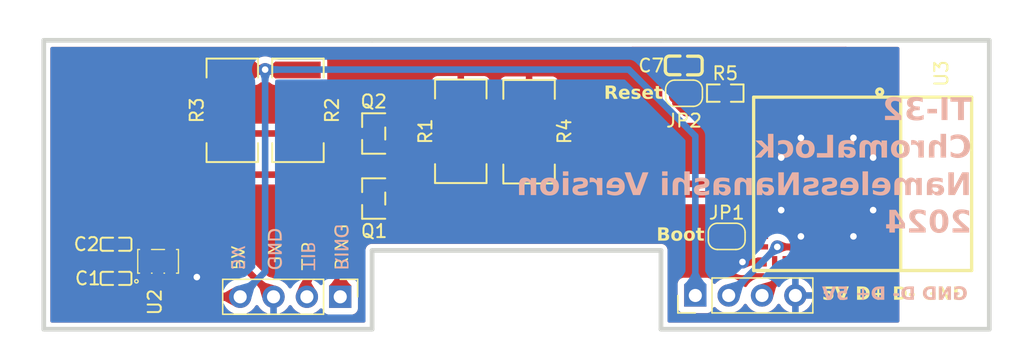
<source format=kicad_pcb>
(kicad_pcb (version 20240108) (generator "pcbnew") (generator_version "8.0")
  (layers (0 "F.Cu" signal) (31 "B.Cu" signal) (34 "B.Paste" user) (35 "F.Paste" user) (36 "B.SilkS" user "B.Silkscreen") (37 "F.SilkS" user "F.Silkscreen") (38 "B.Mask" user) (39 "F.Mask" user) (44 "Edge.Cuts" user))
  (net 0 "")
  (net 1 "RING")
  (net 2 "TIP")
  (net 3 "RING_GPIO")
  (net 4 "TIP_GPIO")
  (net 5 "+5V")
  (net 6 "+3.3V")
  (net 7 "GND")
  (net 8 "/D-")
  (net 9 "/D+")
  (net 35 "Net-(JP2-B)")
  (net 36 "Net-(JP1-B)")
  (net 37 "Net-(U3-EN)")
  (footprint "easyeda2kicad:SOT-23-3_L2.9-W1.6-P1.90-LS2.8-BR" (layer "F.Cu") (at 110.4685 64.119)
    (property "Reference" "Q1" (at 0.0315 2.481 0) (layer "F.SilkS"))
    (property "Value" "MMBF170")
    (fp_line (start -0.88 -1.54) (end -0.88 -0.49) (stroke (width 0.15)) (layer "F.SilkS"))
    (fp_line (start -0.88 1.54) (end -0.88 0.49) (stroke (width 0.15)) (layer "F.SilkS"))
    (fp_line (start 0.88 -1.54) (end -0.88 -1.54) (stroke (width 0.15)) (layer "F.SilkS"))
    (fp_line (start 0.88 -0.46) (end 0.88 0.46) (stroke (width 0.15)) (layer "F.SilkS"))
    (fp_line (start 0.88 1.54) (end -0.88 1.54) (stroke (width 0.15)) (layer "F.SilkS"))
    (pad "1" smd rect (at 1.24 0.95) (size 1.07 0.6) (layers "F.Cu" "F.Paste" "F.Mask") (net 6 "+3.3V"))
    (pad "2" smd rect (at 1.24 -0.95) (size 1.07 0.6) (layers "F.Cu" "F.Paste" "F.Mask") (net 3 "RING_GPIO"))
    (pad "3" smd rect (at -1.24 0) (size 1.07 0.6) (layers "F.Cu" "F.Paste" "F.Mask") (net 1 "RING"))
  )
  (footprint "easyeda2kicad:C0603" (layer "F.Cu") (at 134.09 53.99)
    (property "Reference" "C7" (at -2.49 0.01 0) (layer "F.SilkS"))
    (property "Value" "CC0603KRX7R9BB104")
    (fp_line (start -1.41 -0.41) (end -1.41 0.39) (stroke (width 0.25)) (layer "F.SilkS"))
    (fp_line (start -0.3 -0.72) (end -1.1 -0.72) (stroke (width 0.25)) (layer "F.SilkS"))
    (fp_line (start -0.3 0.7) (end -1.1 0.7) (stroke (width 0.25)) (layer "F.SilkS"))
    (fp_line (start 0.28 -0.71) (end 1.08 -0.71) (stroke (width 0.25)) (layer "F.SilkS"))
    (fp_line (start 0.28 0.71) (end 1.08 0.71) (stroke (width 0.25)) (layer "F.SilkS"))
    (fp_line (start 1.39 -0.4) (end 1.39 0.4) (stroke (width 0.25)) (layer "F.SilkS"))
    (fp_arc (start -1.41 -0.41) (mid -1.319203 -0.629203) (end -1.1 -0.72) (stroke (width 0.25)) (layer "F.SilkS"))
    (fp_arc (start -1.1 0.7) (mid -1.319203 0.609203) (end -1.41 0.39) (stroke (width 0.25)) (layer "F.SilkS"))
    (fp_arc (start 1.08 -0.71) (mid 1.299203 -0.619203) (end 1.39 -0.4) (stroke (width 0.25)) (layer "F.SilkS"))
    (fp_arc (start 1.39 0.4) (mid 1.299203 0.619203) (end 1.08 0.71) (stroke (width 0.25)) (layer "F.SilkS"))
    (pad "1" smd rect (at -0.7 0) (size 0.8 0.9) (layers "F.Cu" "F.Paste" "F.Mask") (net 7 "GND"))
    (pad "2" smd rect (at 0.7 0) (size 0.8 0.9) (layers "F.Cu" "F.Paste" "F.Mask") (net 35 "Net-(JP2-B)"))
  )
  (footprint "Connector_PinHeader_2.54mm:PinHeader_1x04_P2.54mm_Vertical" (layer "F.Cu") (at 134.96 71.5 90)
    (property "Reference" "J2" (hide yes))
    (property "Value" "Conn_01x04" (hide yes))
    (fp_line (start -1.33 -1.33) (end 0 -1.33) (stroke (width 0.12)) (layer "F.SilkS"))
    (fp_line (start -1.33 0) (end -1.33 -1.33) (stroke (width 0.12)) (layer "F.SilkS"))
    (fp_line (start 1.33 1.27) (end 1.33 8.95) (stroke (width 0.12)) (layer "F.SilkS"))
    (fp_line (start -1.33 1.27) (end 1.33 1.27) (stroke (width 0.12)) (layer "F.SilkS"))
    (fp_line (start -1.33 1.27) (end -1.33 8.95) (stroke (width 0.12)) (layer "F.SilkS"))
    (fp_line (start -1.33 8.95) (end 1.33 8.95) (stroke (width 0.12)) (layer "F.SilkS"))
    (pad "1" thru_hole rect (at 0 0 90) (size 1.7 1.7) (drill 1) (layers "*.Cu" "*.Mask") (net 5 "+5V"))
    (pad "2" thru_hole oval (at 0 2.54 90) (size 1.7 1.7) (drill 1) (layers "*.Cu" "*.Mask") (net 9 "/D+"))
    (pad "3" thru_hole oval (at 0 5.08 90) (size 1.7 1.7) (drill 1) (layers "*.Cu" "*.Mask") (net 8 "/D-"))
    (pad "4" thru_hole oval (at 0 7.62 90) (size 1.7 1.7) (drill 1) (layers "*.Cu" "*.Mask") (net 7 "GND"))
  )
  (footprint "Connector_PinHeader_2.54mm:PinHeader_1x04_P2.54mm_Vertical" (layer "F.Cu") (at 107.92 71.6 -90)
    (property "Reference" "J1" (hide yes))
    (property "Value" "Conn_01x04" (hide yes))
    (fp_line (start -1.33 8.95) (end 1.33 8.95) (stroke (width 0.12)) (layer "F.SilkS"))
    (fp_line (start -1.33 1.27) (end -1.33 8.95) (stroke (width 0.12)) (layer "F.SilkS"))
    (fp_line (start -1.33 1.27) (end 1.33 1.27) (stroke (width 0.12)) (layer "F.SilkS"))
    (fp_line (start 1.33 1.27) (end 1.33 8.95) (stroke (width 0.12)) (layer "F.SilkS"))
    (fp_line (start -1.33 0) (end -1.33 -1.33) (stroke (width 0.12)) (layer "F.SilkS"))
    (fp_line (start -1.33 -1.33) (end 0 -1.33) (stroke (width 0.12)) (layer "F.SilkS"))
    (pad "1" thru_hole rect (at 0 0 270) (size 1.7 1.7) (drill 1) (layers "*.Cu" "*.Mask") (net 1 "RING"))
    (pad "2" thru_hole oval (at 0 2.54 270) (size 1.7 1.7) (drill 1) (layers "*.Cu" "*.Mask") (net 2 "TIP"))
    (pad "3" thru_hole oval (at 0 5.08 270) (size 1.7 1.7) (drill 1) (layers "*.Cu" "*.Mask") (net 7 "GND"))
    (pad "4" thru_hole oval (at 0 7.62 270) (size 1.7 1.7) (drill 1) (layers "*.Cu" "*.Mask") (net 5 "+5V"))
  )
  (footprint "Jumper:SolderJumper-2_P1.3mm_Open_RoundedPad1.0x1.5mm" (layer "F.Cu") (at 134.1 56.1)
    (property "Reference" "JP2" (at 0 2.09 0) (layer "F.SilkS"))
    (property "Value" "SolderJumper_2_Open")
    (fp_line (start -1.4 0.3) (end -1.4 -0.3) (stroke (width 0.12)) (layer "F.SilkS"))
    (fp_line (start -0.7 -1) (end 0.7 -1) (stroke (width 0.12)) (layer "F.SilkS"))
    (fp_line (start 0.7 1) (end -0.7 1) (stroke (width 0.12)) (layer "F.SilkS"))
    (fp_line (start 1.4 -0.3) (end 1.4 0.3) (stroke (width 0.12)) (layer "F.SilkS"))
    (fp_arc (start -1.4 -0.3) (mid -1.194975 -0.794975) (end -0.7 -1) (stroke (width 0.12)) (layer "F.SilkS"))
    (fp_arc (start -0.7 1) (mid -1.194975 0.794975) (end -1.4 0.3) (stroke (width 0.12)) (layer "F.SilkS"))
    (fp_arc (start 0.7 -1) (mid 1.194975 -0.794975) (end 1.4 -0.3) (stroke (width 0.12)) (layer "F.SilkS"))
    (fp_arc (start 1.4 0.3) (mid 1.194975 0.794975) (end 0.7 1) (stroke (width 0.12)) (layer "F.SilkS"))
    (pad "1" smd custom (at -0.65 0) (size 1 0.5) (layers "F.Cu" "F.Mask") (net 7 "GND") (options (clearance outline) (anchor rect)) (primitives (gr_circle (center 0 0.25) (end 0.5 0.25) (width 0) (fill yes)) (gr_circle (center 0 -0.25) (end 0.5 -0.25) (width 0) (fill yes)) (gr_poly (pts (xy 0.5 0.75) (xy 0 0.75) (xy 0 -0.75) (xy 0.5 -0.75)) (width 0) (fill yes))))
    (pad "2" smd custom (at 0.65 0) (size 1 0.5) (layers "F.Cu" "F.Mask") (net 35 "Net-(JP2-B)") (options (clearance outline) (anchor rect)) (primitives (gr_circle (center 0 0.25) (end 0.5 0.25) (width 0) (fill yes)) (gr_circle (center 0 -0.25) (end 0.5 -0.25) (width 0) (fill yes)) (gr_poly (pts (xy 0 0.75) (xy -0.5 0.75) (xy -0.5 -0.75) (xy 0 -0.75)) (width 0) (fill yes))))
  )
  (footprint "easyeda2kicad:C0402" (layer "F.Cu") (at 90.85 70.2)
    (property "Reference" "C1" (at -2.15 0 0) (layer "F.SilkS"))
    (property "Value" "GRM155R61A225KE95D")
    (fp_line (start -1.17 0.35) (end -1.17 -0.35) (stroke (width 0.15)) (layer "F.SilkS"))
    (fp_line (start -1.02 -0.5) (end -0.23 -0.5) (stroke (width 0.15)) (layer "F.SilkS"))
    (fp_line (start -0.23 0.5) (end -1.02 0.5) (stroke (width 0.15)) (layer "F.SilkS"))
    (fp_line (start 0.23 0.5) (end 1.02 0.5) (stroke (width 0.15)) (layer "F.SilkS"))
    (fp_line (start 1.02 -0.5) (end 0.23 -0.5) (stroke (width 0.15)) (layer "F.SilkS"))
    (fp_line (start 1.17 0.35) (end 1.17 -0.35) (stroke (width 0.15)) (layer "F.SilkS"))
    (fp_arc (start -1.17 -0.35) (mid -1.126066 -0.456066) (end -1.02 -0.5) (stroke (width 0.15)) (layer "F.SilkS"))
    (fp_arc (start -1.02 0.5) (mid -1.126066 0.456066) (end -1.17 0.35) (stroke (width 0.15)) (layer "F.SilkS"))
    (fp_arc (start 1.02 -0.5) (mid 1.126066 -0.456066) (end 1.17 -0.35) (stroke (width 0.15)) (layer "F.SilkS"))
    (fp_arc (start 1.17 0.35) (mid 1.126066 0.456066) (end 1.02 0.5) (stroke (width 0.15)) (layer "F.SilkS"))
    (pad "1" smd rect (at -0.55 0) (size 0.79 0.54) (layers "F.Cu" "F.Paste" "F.Mask") (net 7 "GND"))
    (pad "2" smd rect (at 0.55 0) (size 0.79 0.54) (layers "F.Cu" "F.Paste" "F.Mask") (net 5 "+5V"))
  )
  (footprint "easyeda2kicad:R0603" (layer "F.Cu") (at 137.24 56.09)
    (property "Reference" "R5" (at 0 -1.5 0) (layer "F.SilkS"))
    (property "Value" "0603WAF1002T5E")
    (fp_line (start -1.39 -0.66) (end -0.43 -0.66) (stroke (width 0.15)) (layer "F.SilkS"))
    (fp_line (start -1.39 0.66) (end -1.39 -0.66) (stroke (width 0.15)) (layer "F.SilkS"))
    (fp_line (start -0.43 0.66) (end -1.39 0.66) (stroke (width 0.15)) (layer "F.SilkS"))
    (fp_line (start 0.43 0.66) (end 1.39 0.66) (stroke (width 0.15)) (layer "F.SilkS"))
    (fp_line (start 1.39 -0.66) (end 0.43 -0.66) (stroke (width 0.15)) (layer "F.SilkS"))
    (fp_line (start 1.39 0.66) (end 1.39 -0.66) (stroke (width 0.15)) (layer "F.SilkS"))
    (pad "1" smd rect (at -0.75 0) (size 0.81 0.86) (layers "F.Cu" "F.Paste" "F.Mask") (net 35 "Net-(JP2-B)"))
    (pad "2" smd rect (at 0.75 0) (size 0.81 0.86) (layers "F.Cu" "F.Paste" "F.Mask") (net 37 "Net-(U3-EN)"))
  )
  (footprint "easyeda2kicad:R2512" (layer "F.Cu") (at 122.3 59.03 90)
    (property "Reference" "R4" (at 0.03 2.7 90) (layer "F.SilkS"))
    (property "Value" "FRC2512F1001TS")
    (fp_line (start 3.94 -1.96) (end 2.5 -1.96) (stroke (width 0.15)) (layer "F.SilkS"))
    (fp_line (start -3.94 -1.96) (end -2.5 -1.96) (stroke (width 0.15)) (layer "F.SilkS"))
    (fp_line (start 3.94 1.96) (end 3.94 -1.96) (stroke (width 0.15)) (layer "F.SilkS"))
    (fp_line (start 2.5 1.96) (end 3.94 1.96) (stroke (width 0.15)) (layer "F.SilkS"))
    (fp_line (start -2.5 1.96) (end -3.94 1.96) (stroke (width 0.15)) (layer "F.SilkS"))
    (fp_line (start -3.94 1.96) (end -3.94 -1.96) (stroke (width 0.15)) (layer "F.SilkS"))
    (pad "1" smd rect (at -3.07 0 90) (size 1.28 3.46) (layers "F.Cu" "F.Paste" "F.Mask") (net 4 "TIP_GPIO"))
    (pad "2" smd rect (at 3.07 0 90) (size 1.28 3.46) (layers "F.Cu" "F.Paste" "F.Mask") (net 6 "+3.3V"))
  )
  (footprint "easyeda2kicad:R2512" (layer "F.Cu") (at 104.7 57.4 90)
    (property "Reference" "R2" (at 0 2.6 90) (layer "F.SilkS"))
    (property "Value" "FRC2512F1001TS")
    (fp_line (start 3.94 -1.96) (end 2.5 -1.96) (stroke (width 0.15)) (layer "F.SilkS"))
    (fp_line (start -3.94 -1.96) (end -2.5 -1.96) (stroke (width 0.15)) (layer "F.SilkS"))
    (fp_line (start 3.94 1.96) (end 3.94 -1.96) (stroke (width 0.15)) (layer "F.SilkS"))
    (fp_line (start 2.5 1.96) (end 3.94 1.96) (stroke (width 0.15)) (layer "F.SilkS"))
    (fp_line (start -2.5 1.96) (end -3.94 1.96) (stroke (width 0.15)) (layer "F.SilkS"))
    (fp_line (start -3.94 1.96) (end -3.94 -1.96) (stroke (width 0.15)) (layer "F.SilkS"))
    (pad "1" smd rect (at -3.07 0 90) (size 1.28 3.46) (layers "F.Cu" "F.Paste" "F.Mask") (net 1 "RING"))
    (pad "2" smd rect (at 3.07 0 90) (size 1.28 3.46) (layers "F.Cu" "F.Paste" "F.Mask") (net 5 "+5V"))
  )
  (footprint "easyeda2kicad:R2512" (layer "F.Cu") (at 99.7 57.4 90)
    (property "Reference" "R3" (at 0 -2.7 90) (layer "F.SilkS"))
    (property "Value" "FRC2512F1001TS")
    (fp_line (start 3.94 -1.96) (end 2.5 -1.96) (stroke (width 0.15)) (layer "F.SilkS"))
    (fp_line (start -3.94 -1.96) (end -2.5 -1.96) (stroke (width 0.15)) (layer "F.SilkS"))
    (fp_line (start 3.94 1.96) (end 3.94 -1.96) (stroke (width 0.15)) (layer "F.SilkS"))
    (fp_line (start 2.5 1.96) (end 3.94 1.96) (stroke (width 0.15)) (layer "F.SilkS"))
    (fp_line (start -2.5 1.96) (end -3.94 1.96) (stroke (width 0.15)) (layer "F.SilkS"))
    (fp_line (start -3.94 1.96) (end -3.94 -1.96) (stroke (width 0.15)) (layer "F.SilkS"))
    (pad "1" smd rect (at -3.07 0 90) (size 1.28 3.46) (layers "F.Cu" "F.Paste" "F.Mask") (net 2 "TIP"))
    (pad "2" smd rect (at 3.07 0 90) (size 1.28 3.46) (layers "F.Cu" "F.Paste" "F.Mask") (net 5 "+5V"))
  )
  (footprint "easyeda2kicad:SOT-23-3_L2.9-W1.6-P1.90-LS2.8-BR" (layer "F.Cu") (at 110.4685 59.166)
    (property "Reference" "Q2" (at 0 -2.434 0) (layer "F.SilkS"))
    (property "Value" "MMBF170")
    (fp_line (start -0.88 -1.54) (end -0.88 -0.49) (stroke (width 0.15)) (layer "F.SilkS"))
    (fp_line (start -0.88 1.54) (end -0.88 0.49) (stroke (width 0.15)) (layer "F.SilkS"))
    (fp_line (start 0.88 -1.54) (end -0.88 -1.54) (stroke (width 0.15)) (layer "F.SilkS"))
    (fp_line (start 0.88 -0.46) (end 0.88 0.46) (stroke (width 0.15)) (layer "F.SilkS"))
    (fp_line (start 0.88 1.54) (end -0.88 1.54) (stroke (width 0.15)) (layer "F.SilkS"))
    (pad "1" smd rect (at 1.24 0.95) (size 1.07 0.6) (layers "F.Cu" "F.Paste" "F.Mask") (net 6 "+3.3V"))
    (pad "2" smd rect (at 1.24 -0.95) (size 1.07 0.6) (layers "F.Cu" "F.Paste" "F.Mask") (net 4 "TIP_GPIO"))
    (pad "3" smd rect (at -1.24 0) (size 1.07 0.6) (layers "F.Cu" "F.Paste" "F.Mask") (net 2 "TIP"))
  )
  (footprint "Jumper:SolderJumper-2_P1.3mm_Open_RoundedPad1.0x1.5mm" (layer "F.Cu") (at 137.35 67)
    (property "Reference" "JP1" (at 0 -1.8 0) (layer "F.SilkS"))
    (property "Value" "SolderJumper_2_Open")
    (fp_line (start -1.4 0.3) (end -1.4 -0.3) (stroke (width 0.12)) (layer "F.SilkS"))
    (fp_line (start -0.7 -1) (end 0.7 -1) (stroke (width 0.12)) (layer "F.SilkS"))
    (fp_line (start 0.7 1) (end -0.7 1) (stroke (width 0.12)) (layer "F.SilkS"))
    (fp_line (start 1.4 -0.3) (end 1.4 0.3) (stroke (width 0.12)) (layer "F.SilkS"))
    (fp_arc (start -1.4 -0.3) (mid -1.194975 -0.794975) (end -0.7 -1) (stroke (width 0.12)) (layer "F.SilkS"))
    (fp_arc (start -0.7 1) (mid -1.194975 0.794975) (end -1.4 0.3) (stroke (width 0.12)) (layer "F.SilkS"))
    (fp_arc (start 0.7 -1) (mid 1.194975 -0.794975) (end 1.4 -0.3) (stroke (width 0.12)) (layer "F.SilkS"))
    (fp_arc (start 1.4 0.3) (mid 1.194975 0.794975) (end 0.7 1) (stroke (width 0.12)) (layer "F.SilkS"))
    (pad "1" smd custom (at -0.65 0) (size 1 0.5) (layers "F.Cu" "F.Mask") (net 7 "GND") (options (clearance outline) (anchor rect)) (primitives (gr_circle (center 0 0.25) (end 0.5 0.25) (width 0) (fill yes)) (gr_circle (center 0 -0.25) (end 0.5 -0.25) (width 0) (fill yes)) (gr_poly (pts (xy 0.5 0.75) (xy 0 0.75) (xy 0 -0.75) (xy 0.5 -0.75)) (width 0) (fill yes))))
    (pad "2" smd custom (at 0.65 0) (size 1 0.5) (layers "F.Cu" "F.Mask") (net 36 "Net-(JP1-B)") (options (clearance outline) (anchor rect)) (primitives (gr_circle (center 0 0.25) (end 0.5 0.25) (width 0) (fill yes)) (gr_circle (center 0 -0.25) (end 0.5 -0.25) (width 0) (fill yes)) (gr_poly (pts (xy 0 0.75) (xy -0.5 0.75) (xy -0.5 -0.75) (xy 0 -0.75)) (width 0) (fill yes))))
  )
  (footprint "easyeda2kicad:SOT-23-5_L3.0-W1.7-P0.95-LS2.8-BR" (layer "F.Cu") (at 94.05 68.9 -90)
    (property "Reference" "U2" (at 3.1 0.25 90) (layer "F.SilkS"))
    (property "Value" "SE5218ALG-LF")
    (fp_line (start -0.9 1.55) (end 0.9 1.55) (stroke (width 0.1)) (layer "F.SilkS"))
    (fp_line (start -0.9 1.41) (end -0.9 1.55) (stroke (width 0.1)) (layer "F.SilkS"))
    (fp_line (start 0.9 1.41) (end 0.9 1.55) (stroke (width 0.1)) (layer "F.SilkS"))
    (fp_line (start 0.9 0.46) (end 0.9 0.5) (stroke (width 0.1)) (layer "F.SilkS"))
    (fp_line (start -0.9 -0.49) (end -0.9 0.5) (stroke (width 0.1)) (layer "F.SilkS"))
    (fp_line (start 0.9 -0.49) (end 0.9 -0.45) (stroke (width 0.1)) (layer "F.SilkS"))
    (fp_line (start -0.9 -1.55) (end -0.9 -1.4) (stroke (width 0.1)) (layer "F.SilkS"))
    (fp_line (start -0.9 -1.55) (end 0.9 -1.55) (stroke (width 0.1)) (layer "F.SilkS"))
    (fp_line (start 0.9 -1.55) (end 0.9 -1.4) (stroke (width 0.1)) (layer "F.SilkS"))
    (fp_circle (center 1.52 1.65) (end 1.65 1.65) (stroke (width 0.1)) (fill none) (layer "F.SilkS"))
    (pad "1" smd rect (at 1.3 0.95 270) (size 1.1 0.6) (layers "F.Cu" "F.Paste" "F.Mask") (net 5 "+5V"))
    (pad "2" smd rect (at 1.3 0 270) (size 1.1 0.6) (layers "F.Cu" "F.Paste" "F.Mask") (net 7 "GND"))
    (pad "3" smd rect (at 1.3 -0.95 270) (size 1.1 0.6) (layers "F.Cu" "F.Paste" "F.Mask") (net 5 "+5V"))
    (pad "4" smd rect (at -1.3 -0.95 270) (size 1.1 0.6) (layers "F.Cu" "F.Paste" "F.Mask"))
    (pad "5" smd rect (at -1.3 0.95 270) (size 1.1 0.6) (layers "F.Cu" "F.Paste" "F.Mask") (net 6 "+3.3V"))
  )
  (footprint "easyeda2kicad:R2512" (layer "F.Cu") (at 117.1 59 90)
    (property "Reference" "R1" (at 0 -2.692 90) (layer "F.SilkS"))
    (property "Value" "FRC2512F1001TS")
    (fp_line (start 3.94 -1.96) (end 2.5 -1.96) (stroke (width 0.15)) (layer "F.SilkS"))
    (fp_line (start -3.94 -1.96) (end -2.5 -1.96) (stroke (width 0.15)) (layer "F.SilkS"))
    (fp_line (start 3.94 1.96) (end 3.94 -1.96) (stroke (width 0.15)) (layer "F.SilkS"))
    (fp_line (start 2.5 1.96) (end 3.94 1.96) (stroke (width 0.15)) (layer "F.SilkS"))
    (fp_line (start -2.5 1.96) (end -3.94 1.96) (stroke (width 0.15)) (layer "F.SilkS"))
    (fp_line (start -3.94 1.96) (end -3.94 -1.96) (stroke (width 0.15)) (layer "F.SilkS"))
    (pad "1" smd rect (at -3.07 0 90) (size 1.28 3.46) (layers "F.Cu" "F.Paste" "F.Mask") (net 3 "RING_GPIO"))
    (pad "2" smd rect (at 3.07 0 90) (size 1.28 3.46) (layers "F.Cu" "F.Paste" "F.Mask") (net 6 "+3.3V"))
  )
  (footprint "easyeda2kicad:WIFIM-SMD_ESP32-C3-MINI-1" (layer "F.Cu") (at 145 63 -90)
    (property "Reference" "U3" (at -8.4 -8.7 90) (layer "F.SilkS"))
    (property "Value" "ESP32-C3-MINI-1-N4")
    (fp_line (start -6.6 5.6) (end 6.6 5.6) (stroke (width 0.25)) (layer "F.SilkS"))
    (fp_line (start -6.6 5.6) (end -6.6 -11) (stroke (width 0.25)) (layer "F.SilkS"))
    (fp_line (start 6.6 5.6) (end 6.6 -11) (stroke (width 0.25)) (layer "F.SilkS"))
    (fp_line (start 6.6 -5.6) (end -6.6 -5.6) (stroke (width 0.25)) (layer "F.SilkS"))
    (fp_line (start -6.6 -11) (end 6.6 -11) (stroke (width 0.25)) (layer "F.SilkS"))
    (fp_circle (center -7 -4) (end -6.9 -4) (stroke (width 0.25)) (fill none) (layer "F.SilkS"))
    (pad "1" smd rect (at -5.9 -4) (size 0.4 0.8) (layers "F.Cu" "F.Paste" "F.Mask") (net 7 "GND"))
    (pad "2" smd rect (at -5.9 -3.2) (size 0.4 0.8) (layers "F.Cu" "F.Paste" "F.Mask") (net 7 "GND"))
    (pad "3" smd rect (at -5.9 -2.4) (size 0.4 0.8) (layers "F.Cu" "F.Paste" "F.Mask") (net 6 "+3.3V"))
    (pad "4" smd rect (at -5.9 -1.6) (size 0.4 0.8) (layers "F.Cu" "F.Paste" "F.Mask"))
    (pad "5" smd rect (at -5.9 -0.8) (size 0.4 0.8) (layers "F.Cu" "F.Paste" "F.Mask"))
    (pad "6" smd rect (at -5.9 0) (size 0.4 0.8) (layers "F.Cu" "F.Paste" "F.Mask"))
    (pad "7" smd rect (at -5.9 0.8) (size 0.4 0.8) (layers "F.Cu" "F.Paste" "F.Mask"))
    (pad "8" smd rect (at -5.9 1.6) (size 0.4 0.8) (layers "F.Cu" "F.Paste" "F.Mask") (net 37 "Net-(U3-EN)"))
    (pad "9" smd rect (at -5.9 2.4) (size 0.4 0.8) (layers "F.Cu" "F.Paste" "F.Mask"))
    (pad "10" smd rect (at -5.9 3.2) (size 0.4 0.8) (layers "F.Cu" "F.Paste" "F.Mask"))
    (pad "11" smd rect (at -5.9 4) (size 0.4 0.8) (layers "F.Cu" "F.Paste" "F.Mask") (net 7 "GND"))
    (pad "12" smd rect (at -4.8 4.9 90) (size 0.4 0.8) (layers "F.Cu" "F.Paste" "F.Mask"))
    (pad "13" smd rect (at -4 4.9 90) (size 0.4 0.8) (layers "F.Cu" "F.Paste" "F.Mask"))
    (pad "14" smd rect (at -3.2 4.9 90) (size 0.4 0.8) (layers "F.Cu" "F.Paste" "F.Mask") (net 7 "GND"))
    (pad "15" smd rect (at -2.4 4.9 90) (size 0.4 0.8) (layers "F.Cu" "F.Paste" "F.Mask"))
    (pad "16" smd rect (at -1.6 4.9 90) (size 0.4 0.8) (layers "F.Cu" "F.Paste" "F.Mask"))
    (pad "17" smd rect (at -0.8 4.9 90) (size 0.4 0.8) (layers "F.Cu" "F.Paste" "F.Mask"))
    (pad "18" smd rect (at 0 4.9 90) (size 0.4 0.8) (layers "F.Cu" "F.Paste" "F.Mask") (net 4 "TIP_GPIO"))
    (pad "19" smd rect (at 0.8 4.9 90) (size 0.4 0.8) (layers "F.Cu" "F.Paste" "F.Mask") (net 3 "RING_GPIO"))
    (pad "20" smd rect (at 1.6 4.9 90) (size 0.4 0.8) (layers "F.Cu" "F.Paste" "F.Mask"))
    (pad "21" smd rect (at 2.4 4.9 90) (size 0.4 0.8) (layers "F.Cu" "F.Paste" "F.Mask"))
    (pad "22" smd rect (at 3.2 4.9 90) (size 0.4 0.8) (layers "F.Cu" "F.Paste" "F.Mask"))
    (pad "23" smd rect (at 4 4.9 90) (size 0.4 0.8) (layers "F.Cu" "F.Paste" "F.Mask") (net 36 "Net-(JP1-B)"))
    (pad "24" smd rect (at 4.8 4.9 90) (size 0.4 0.8) (layers "F.Cu" "F.Paste" "F.Mask"))
    (pad "25" smd rect (at 5.9 4 180) (size 0.4 0.8) (layers "F.Cu" "F.Paste" "F.Mask"))
    (pad "26" smd rect (at 5.9 3.2 180) (size 0.4 0.8) (layers "F.Cu" "F.Paste" "F.Mask") (net 8 "/D-"))
    (pad "27" smd rect (at 5.9 2.4 180) (size 0.4 0.8) (layers "F.Cu" "F.Paste" "F.Mask") (net 9 "/D+"))
    (pad "28" smd rect (at 5.9 1.6 180) (size 0.4 0.8) (layers "F.Cu" "F.Paste" "F.Mask"))
    (pad "29" smd rect (at 5.9 0.8 180) (size 0.4 0.8) (layers "F.Cu" "F.Paste" "F.Mask"))
    (pad "30" smd rect (at 5.9 0 180) (size 0.4 0.8) (layers "F.Cu" "F.Paste" "F.Mask"))
    (pad "31" smd rect (at 5.9 -0.8 180) (size 0.4 0.8) (layers "F.Cu" "F.Paste" "F.Mask"))
    (pad "32" smd rect (at 5.9 -1.6 180) (size 0.4 0.8) (layers "F.Cu" "F.Paste" "F.Mask"))
    (pad "33" smd rect (at 5.9 -2.4 180) (size 0.4 0.8) (layers "F.Cu" "F.Paste" "F.Mask"))
    (pad "34" smd rect (at 5.9 -3.2 180) (size 0.4 0.8) (layers "F.Cu" "F.Paste" "F.Mask"))
    (pad "35" smd rect (at 5.9 -4 180) (size 0.4 0.8) (layers "F.Cu" "F.Paste" "F.Mask"))
    (pad "36" smd rect (at 4.8 -4.9 270) (size 0.4 0.8) (layers "F.Cu" "F.Paste" "F.Mask") (net 7 "GND"))
    (pad "37" smd rect (at 4 -4.9 270) (size 0.4 0.8) (layers "F.Cu" "F.Paste" "F.Mask") (net 7 "GND"))
    (pad "38" smd rect (at 3.2 -4.9 270) (size 0.4 0.8) (layers "F.Cu" "F.Paste" "F.Mask") (net 7 "GND"))
    (pad "39" smd rect (at 2.4 -4.9 270) (size 0.4 0.8) (layers "F.Cu" "F.Paste" "F.Mask") (net 7 "GND"))
    (pad "40" smd rect (at 1.6 -4.9 270) (size 0.4 0.8) (layers "F.Cu" "F.Paste" "F.Mask") (net 7 "GND"))
    (pad "41" smd rect (at 0.8 -4.9 270) (size 0.4 0.8) (layers "F.Cu" "F.Paste" "F.Mask") (net 7 "GND"))
    (pad "42" smd rect (at 0 -4.9 270) (size 0.4 0.8) (layers "F.Cu" "F.Paste" "F.Mask") (net 7 "GND"))
    (pad "43" smd rect (at -0.8 -4.9 270) (size 0.4 0.8) (layers "F.Cu" "F.Paste" "F.Mask") (net 7 "GND"))
    (pad "44" smd rect (at -1.6 -4.9 270) (size 0.4 0.8) (layers "F.Cu" "F.Paste" "F.Mask") (net 7 "GND"))
    (pad "45" smd rect (at -2.4 -4.9 270) (size 0.4 0.8) (layers "F.Cu" "F.Paste" "F.Mask") (net 7 "GND"))
    (pad "46" smd rect (at -3.2 -4.9 270) (size 0.4 0.8) (layers "F.Cu" "F.Paste" "F.Mask") (net 7 "GND"))
    (pad "47" smd rect (at -4 -4.9 270) (size 0.4 0.8) (layers "F.Cu" "F.Paste" "F.Mask") (net 7 "GND"))
    (pad "48" smd rect (at -4.8 -4.9 270) (size 0.4 0.8) (layers "F.Cu" "F.Paste" "F.Mask") (net 7 "GND"))
    (pad "49" smd custom (at -1.98 -1.98 270) (size 0.01 0.01) (layers "F.Cu" "F.Paste" "F.Mask") (net 7 "GND") (options (clearance outline) (anchor circle)) (primitives (gr_poly (pts (xy -0.72 -0.12) (xy -0.12 -0.72) (xy 0.73 -0.72) (xy 0.73 0.73) (xy -0.72 0.73)) (width 0.1) (fill yes))))
    (pad "49" smd rect (at -1.98 0 270) (size 1.45 1.45) (layers "F.Cu" "F.Paste" "F.Mask") (net 7 "GND"))
    (pad "49" smd rect (at -1.98 1.98 270) (size 1.45 1.45) (layers "F.Cu" "F.Paste" "F.Mask") (net 7 "GND"))
    (pad "49" smd rect (at 0 -1.97 270) (size 1.45 1.45) (layers "F.Cu" "F.Paste" "F.Mask") (net 7 "GND"))
    (pad "49" smd rect (at 0 0 270) (size 1.45 1.45) (layers "F.Cu" "F.Paste" "F.Mask") (net 7 "GND"))
    (pad "49" smd rect (at 0 1.98 270) (size 1.45 1.45) (layers "F.Cu" "F.Paste" "F.Mask") (net 7 "GND"))
    (pad "49" smd rect (at 1.97 -1.97 270) (size 1.45 1.45) (layers "F.Cu" "F.Paste" "F.Mask") (net 7 "GND"))
    (pad "49" smd rect (at 1.97 0 270) (size 1.45 1.45) (layers "F.Cu" "F.Paste" "F.Mask") (net 7 "GND"))
    (pad "49" smd rect (at 1.97 1.98 270) (size 1.45 1.45) (layers "F.Cu" "F.Paste" "F.Mask") (net 7 "GND"))
    (pad "50" smd rect (at 5.95 -4.95 270) (size 0.7 0.7) (layers "F.Cu" "F.Paste" "F.Mask") (net 7 "GND"))
    (pad "51" smd rect (at 5.95 4.95 270) (size 0.7 0.7) (layers "F.Cu" "F.Paste" "F.Mask") (net 7 "GND"))
    (pad "52" smd rect (at -5.95 4.95 270) (size 0.7 0.7) (layers "F.Cu" "F.Paste" "F.Mask") (net 7 "GND"))
    (pad "53" smd rect (at -5.95 -4.95 270) (size 0.7 0.7) (layers "F.Cu" "F.Paste" "F.Mask") (net 7 "GND"))
  )
  (footprint "easyeda2kicad:C0402" (layer "F.Cu") (at 90.85 67.6)
    (property "Reference" "C2" (at -2.25 0 0) (layer "F.SilkS"))
    (property "Value" "GRM155R61A225KE95D")
    (fp_line (start -1.17 0.35) (end -1.17 -0.35) (stroke (width 0.15)) (layer "F.SilkS"))
    (fp_line (start -1.02 -0.5) (end -0.23 -0.5) (stroke (width 0.15)) (layer "F.SilkS"))
    (fp_line (start -0.23 0.5) (end -1.02 0.5) (stroke (width 0.15)) (layer "F.SilkS"))
    (fp_line (start 0.23 0.5) (end 1.02 0.5) (stroke (width 0.15)) (layer "F.SilkS"))
    (fp_line (start 1.02 -0.5) (end 0.23 -0.5) (stroke (width 0.15)) (layer "F.SilkS"))
    (fp_line (start 1.17 0.35) (end 1.17 -0.35) (stroke (width 0.15)) (layer "F.SilkS"))
    (fp_arc (start -1.17 -0.35) (mid -1.126066 -0.456066) (end -1.02 -0.5) (stroke (width 0.15)) (layer "F.SilkS"))
    (fp_arc (start -1.02 0.5) (mid -1.126066 0.456066) (end -1.17 0.35) (stroke (width 0.15)) (layer "F.SilkS"))
    (fp_arc (start 1.02 -0.5) (mid 1.126066 -0.456066) (end 1.17 -0.35) (stroke (width 0.15)) (layer "F.SilkS"))
    (fp_arc (start 1.17 0.35) (mid 1.126066 0.456066) (end 1.02 0.5) (stroke (width 0.15)) (layer "F.SilkS"))
    (pad "1" smd rect (at -0.55 0) (size 0.79 0.54) (layers "F.Cu" "F.Paste" "F.Mask") (net 7 "GND"))
    (pad "2" smd rect (at 0.55 0) (size 0.79 0.54) (layers "F.Cu" "F.Paste" "F.Mask") (net 6 "+3.3V"))
  )
  (gr_line (start 110.344021 74.070204) (end 110.344021 68.070051) (stroke (width 0.35738)) (layer "Edge.Cuts"))
  (gr_line (start 132.344233 74.070204) (end 157.344263 74.070204) (stroke (width 0.35738)) (layer "Edge.Cuts"))
  (gr_line (start 157.344263 74.070204) (end 157.344263 52.07) (stroke (width 0.35738)) (layer "Edge.Cuts"))
  (gr_line (start 132.344233 68.070051) (end 132.344233 74.070204) (stroke (width 0.35738)) (layer "Edge.Cuts"))
  (gr_line (start 110.344013 52.07) (end 85.344 52.07) (stroke (width 0.35738)) (layer "Edge.Cuts"))
  (gr_line (start 85.344 52.07) (end 85.344 74.070204) (stroke (width 0.35738)) (layer "Edge.Cuts"))
  (gr_line (start 85.344 74.070204) (end 110.344021 74.070204) (stroke (width 0.35738)) (layer "Edge.Cuts"))
  (gr_line (start 132.344217 52.07) (end 110.344013 52.07) (stroke (width 0.35738)) (layer "Edge.Cuts"))
  (gr_line (start 157.344263 52.07) (end 132.344217 52.07) (stroke (width 0.35738)) (layer "Edge.Cuts"))
  (gr_line (start 110.344021 68.070051) (end 132.344233 68.070051) (stroke (width 0.35738)) (layer "Edge.Cuts"))
  (gr_text "GND" (at 102.28 69.57 -90) (layer "B.SilkS") (effects (font (size 1 1)) (justify left bottom mirror)))
  (gr_text "RING" (at 107.36 69.57 -90) (layer "B.SilkS") (effects (font (size 1 1)) (justify left bottom mirror)))
  (gr_text "TIP\n" (at 104.82 69.57 -90) (layer "B.SilkS") (effects (font (size 1 1)) (justify left bottom mirror)))
  (gr_text "5V" (at 99.486 69.57 -90) (layer "B.SilkS") (effects (font (size 1 1)) (justify left bottom mirror)))
  (gr_text "GND D- D+ 5V" (at 144.6 72 0) (layer "B.SilkS") (effects (font (size 1 1) (thickness 0.2) (bold yes)) (justify right bottom mirror)))
  (gr_text "TI-32\nChromaLock\nNamelessNanashi Version\n2024" (at 156 67 0) (layer "B.SilkS") (effects (font (size 1.7 1.7) (thickness 0.2) (bold yes)) (justify left bottom mirror)))
  (gr_text "RING" (at 108.682 69.568 90) (layer "F.SilkS") (effects (font (size 1 1)) (justify left bottom)))
  (gr_text "5V D+ D- GND" (at 144.6 72 0) (layer "F.SilkS") (effects (font (size 1 1) (thickness 0.2) (bold yes)) (justify left bottom)))
  (gr_text "Reset" (at 128 56.7 0) (layer "F.SilkS") (effects (font (size 1 1) (thickness 0.25) (bold yes)) (justify left bottom)))
  (gr_text "GND" (at 103.602 69.568 90) (layer "F.SilkS") (effects (font (size 1 1)) (justify left bottom)))
  (gr_text "TIP\n" (at 106.142 69.568 90) (layer "F.SilkS") (effects (font (size 1 1)) (justify left bottom)))
  (gr_text "5V" (at 100.808 69.568 90) (layer "F.SilkS") (effects (font (size 1 1)) (justify left bottom)))
  (gr_text "Boot" (at 132 67.5 0) (layer "F.SilkS") (effects (font (size 1 1) (thickness 0.2) (bold yes)) (justify left bottom)))
  (segment (start 107.92 64.548) (end 108.349 64.119) (width 0.5) (layer "F.Cu") (net 1))
  (segment (start 109.2285 64.119) (end 108.349 64.119) (width 0.5) (layer "F.Cu") (net 1))
  (segment (start 107.92 71.6) (end 107.92 64.548) (width 0.5) (layer "F.Cu") (net 1))
  (segment (start 108.349 64.119) (end 104.7 60.47) (width 0.5) (layer "F.Cu") (net 1))
  (segment (start 106.6 64.6) (end 104.3 62.3) (width 0.5) (layer "F.Cu") (net 2))
  (segment (start 106.6 69.1) (end 106.6 64.6) (width 0.5) (layer "F.Cu") (net 2))
  (segment (start 104.3 62.3) (end 100.5 62.3) (width 0.5) (layer "F.Cu") (net 2))
  (segment (start 105.38 70.32) (end 106.6 69.1) (width 0.5) (layer "F.Cu") (net 2))
  (segment (start 100.5 62.3) (end 99.7 61.5) (width 0.5) (layer "F.Cu") (net 2))
  (segment (start 99.7 60.47) (end 101.004 59.166) (width 0.5) (layer "F.Cu") (net 2))
  (segment (start 101.004 59.166) (end 109.2285 59.166) (width 0.5) (layer "F.Cu") (net 2))
  (segment (start 105.38 71.6) (end 105.38 70.32) (width 0.5) (layer "F.Cu") (net 2))
  (segment (start 99.7 61.5) (end 99.7 60.47) (width 0.5) (layer "F.Cu") (net 2))
  (segment (start 111.7085 63.169) (end 116.001 63.169) (width 0.5) (layer "F.Cu") (net 3))
  (segment (start 116.001 63.169) (end 117.1 62.07) (width 0.5) (layer "F.Cu") (net 3))
  (segment (start 117.1 62.07) (end 118.83 63.8) (width 0.5) (layer "F.Cu") (net 3))
  (segment (start 118.83 63.8) (end 140.1 63.8) (width 0.5) (layer "F.Cu") (net 3))
  (segment (start 123.2 63) (end 140.1 63) (width 0.5) (layer "F.Cu") (net 4))
  (segment (start 122.3 62.1) (end 123.2 63) (width 0.5) (layer "F.Cu") (net 4))
  (segment (start 118.416 58.216) (end 122.3 62.1) (width 0.5) (layer "F.Cu") (net 4))
  (segment (start 111.7085 58.216) (end 118.416 58.216) (width 0.5) (layer "F.Cu") (net 4))
  (segment (start 93.1 70.2) (end 91.4 70.2) (width 0.5) (layer "F.Cu") (net 5))
  (segment (start 93.1 71.25) (end 93.1 70.2) (width 0.5) (layer "F.Cu") (net 5))
  (segment (start 95.5 71.6) (end 95 71.1) (width 0.5) (layer "F.Cu") (net 5))
  (segment (start 102.23 54.33) (end 102.2 54.3) (width 0.5) (layer "F.Cu") (net 5))
  (segment (start 100.3 71.6) (end 95.5 71.6) (width 0.5) (layer "F.Cu") (net 5))
  (segment (start 99.7 54.33) (end 102.17 54.33) (width 0.5) (layer "F.Cu") (net 5))
  (segment (start 102.17 54.33) (end 102.2 54.3) (width 0.5) (layer "F.Cu") (net 5))
  (segment (start 104.7 54.33) (end 102.23 54.33) (width 0.5) (layer "F.Cu") (net 5))
  (segment (start 95 71.1) (end 95 70.2) (width 0.5) (layer "F.Cu") (net 5))
  (segment (start 93.45 71.6) (end 93.1 71.25) (width 0.5) (layer "F.Cu") (net 5))
  (segment (start 93.45 71.6) (end 95.5 71.6) (width 0.5) (layer "F.Cu") (net 5))
  (via (at 102.2 54.3) (size 1) (drill 0.5) (layers "F.Cu" "B.Cu") (net 5))
  (segment (start 102.2 54.3) (end 129.9 54.3) (width 0.5) (layer "B.Cu") (net 5))
  (segment (start 129.9 54.3) (end 134.96 59.36) (width 0.5) (layer "B.Cu") (net 5))
  (segment (start 134.96 59.36) (end 134.96 71.5) (width 0.5) (layer "B.Cu") (net 5))
  (segment (start 102.2 69.7) (end 102.2 54.3) (width 0.5) (layer "B.Cu") (net 5))
  (segment (start 100.3 71.6) (end 102.2 69.7) (width 0.5) (layer "B.Cu") (net 5))
  (segment (start 91.4 67.6) (end 93.1 67.6) (width 0.5) (layer "F.Cu") (net 6))
  (segment (start 146.42 52.82) (end 130.18 52.82) (width 0.5) (layer "F.Cu") (net 6))
  (segment (start 147.4 53.8) (end 146.42 52.82) (width 0.5) (layer "F.Cu") (net 6))
  (segment (start 130.18 52.82) (end 127.04 55.96) (width 0.5) (layer "F.Cu") (net 6))
  (segment (start 127.04 55.96) (end 122.3 55.96) (width 0.5) (layer "F.Cu") (net 6))
  (segment (start 147.4 57.1) (end 147.4 53.8) (width 0.5) (layer "F.Cu") (net 6))
  (segment (start 140.95 57.05) (end 141 57.1) (width 0.5) (layer "F.Cu") (net 7))
  (segment (start 90.3 68.9) (end 90.3 70.2) (width 0.5) (layer "F.Cu") (net 7))
  (segment (start 146.97 61.03) (end 146.98 61.02) (width 0.5) (layer "F.Cu") (net 7))
  (segment (start 97 68.9) (end 94 68.9) (width 0.5) (layer "F.Cu") (net 7))
  (segment (start 102.84 71.6) (end 100.14 68.9) (width 0.5) (layer "F.Cu") (net 7))
  (segment (start 138.55 68.95) (end 140.05 68.95) (width 0.5) (layer "F.Cu") (net 7))
  (segment (start 141.5 60.3) (end 141 59.8) (width 0.5) (layer "F.Cu") (net 7))
  (segment (start 133.45 56.855) (end 134.195 57.6) (width 0.5) (layer "F.Cu") (net 7))
  (segment (start 141.5 61) (end 141.5 60.3) (width 0.5) (layer "F.Cu") (net 7))
  (segment (start 145 63) (end 146.97 63) (width 0.5) (layer "F.Cu") (net 7))
  (segment (start 138.65 57.6) (end 139.2 57.05) (width 0.5) (layer "F.Cu") (net 7))
  (segment (start 143.02 61.02) (end 143.02 63) (width 0.5) (layer "F.Cu") (net 7))
  (segment (start 97 70.1) (end 97 68.9) (width 0.5) (layer "F.Cu") (net 7))
  (segment (start 90.3 67.6) (end 90.3 68.9) (width 0.5) (layer "F.Cu") (net 7))
  (segment (start 94.05 70.2) (end 94.05 68.95) (width 0.5) (layer "F.Cu") (net 7))
  (segment (start 137.895 68.95) (end 136.7 67.755) (width 0.5) (layer "F.Cu") (net 7))
  (segment (start 145 64.97) (end 143.02 64.97) (width 0.5) (layer "F.Cu") (net 7))
  (segment (start 145 63) (end 143.02 63) (width 0.5) (layer "F.Cu") (net 7))
  (segment (start 146.97 64.97) (end 143.02 64.97) (width 0.5) (layer "F.Cu") (net 7))
  (segment (start 90.35 67.55) (end 90.3 67.6) (width 0.5) (layer "F.Cu") (net 7))
  (segment (start 142.99 65) (end 143.02 64.97) (width 0.5) (layer "F.Cu") (net 7))
  (segment (start 143 61) (end 143.02 61.02) (width 0.5) (layer "F.Cu") (net 7))
  (segment (start 94.05 68.95) (end 94 68.9) (width 0.5) (layer "F.Cu") (net 7))
  (segment (start 148.2 57.1) (end 149.9 57.1) (width 0.5) (layer "F.Cu") (net 7))
  (segment (start 141 59.8) (end 140.1 59.8) (width 0.5) (layer "F.Cu") (net 7))
  (segment (start 143 67) (end 143 64.99) (width 0.5) (layer "F.Cu") (net 7))
  (segment (start 149.95 61) (end 149.95 65) (width 0.5) (layer "F.Cu") (net 7))
  (segment (start 145 61.02) (end 146.98 61.02) (width 0.5) (layer "F.Cu") (net 7))
  (segment (start 94 68.9) (end 90.3 68.9) (width 0.5) (layer "F.Cu") (net 7))
  (segment (start 149.95 57.05) (end 149.95 61) (width 0.5) (layer "F.Cu") (net 7))
  (segment (start 147 67) (end 147 65) (width 0.5) (layer "F.Cu") (net 7))
  (segment (start 146.98 61.02) (end 146.98 62.99) (width 0.5) (layer "F.Cu") (net 7))
  (segment (start 143 64.99) (end 143.02 64.97) (width 0.5) (layer "F.Cu") (net 7))
  (segment (start 148.5 65) (end 147 65) (width 0.5) (layer "F.Cu") (net 7))
  (segment (start 140.05 57.05) (end 140.95 57.05) (width 0.5) (layer "F.Cu") (net 7))
  (segment (start 134.195 57.6) (end 138.65 57.6) (width 0.5) (layer "F.Cu") (net 7))
  (segment (start 149.9 57.1) (end 149.95 57.05) (width 0.5) (layer "F.Cu") (net 7))
  (segment (start 145 63) (end 145 61.02) (width 0.5) (layer "F.Cu") (net 7))
  (segment (start 146.98 62.99) (end 146.97 63) (width 0.5) (layer "F.Cu") (net 7))
  (segment (start 136.7 67.755) (end 136.7 67) (width 0.5) (layer "F.Cu") (net 7))
  (segment (start 147 61) (end 146.98 61.02) (width 0.5) (layer "F.Cu") (net 7))
  (segment (start 133.39 56.04) (end 133.45 56.1) (width 0.5) (layer "F.Cu") (net 7))
  (segment (start 148.5 65) (end 149.95 65) (width 0.5) (layer "F.Cu") (net 7))
  (segment (start 145 63) (end 145 64.97) (width 0.5) (layer "F.Cu") (net 7))
  (segment (start 139.2 57.05) (end 140.05 57.05) (width 0.5) (layer "F.Cu") (net 7))
  (segment (start 148.5 61) (end 147 61) (width 0.5) (layer "F.Cu") (net 7))
  (segment (start 141.5 65) (end 142.99 65) (width 0.5) (layer "F.Cu") (net 7))
  (segment (start 141.5 61) (end 143 61) (width 0.5) (layer "F.Cu") (net 7))
  (segment (start 143 59.5) (end 143 61) (width 0.5) (layer "F.Cu") (net 7))
  (segment (start 146.97 64.97) (end 146.97 63) (width 0.5) (layer "F.Cu") (net 7))
  (segment (start 141 58) (end 141 57.1) (width 0.5) (layer "F.Cu") (net 7))
  (segment (start 147 59.5) (end 147 61) (width 0.5) (layer "F.Cu") (net 7))
  (segment (start 143.02 61.02) (end 143.02 64.97) (width 0.5) (layer "F.Cu") (net 7))
  (segment (start 149.95 65) (end 149.95 68.95) (width 0.5) (layer "F.Cu") (net 7))
  (segment (start 142.5 59.5) (end 141 58) (width 0.5) (layer "F.Cu") (net 7))
  (segment (start 147 65) (end 146.97 64.97) (width 0.5) (layer "F.Cu") (net 7))
  (segment (start 143.02 64.97) (end 143.02 63) (width 0.5) (layer "F.Cu") (net 7))
  (segment (start 143.02 61.02) (end 145 61.02) (width 0.5) (layer "F.Cu") (net 7))
  (segment (start 100.14 68.9) (end 97 68.9) (width 0.5) (layer "F.Cu") (net 7))
  (segment (start 133.45 56.1) (end 133.45 56.855) (width 0.5) (layer "F.Cu") (net 7))
  (segment (start 133.39 53.99) (end 133.39 56.04) (width 0.5) (layer "F.Cu") (net 7))
  (segment (start 138.55 68.95) (end 137.895 68.95) (width 0.5) (layer "F.Cu") (net 7))
  (segment (start 148.5 61) (end 149.95 61) (width 0.5) (layer "F.Cu") (net 7))
  (segment (start 143 59.5) (end 142.5 59.5) (width 0.5) (layer "F.Cu") (net 7))
  (segment (start 146.97 64.97) (end 145 64.97) (width 0.5) (layer "F.Cu") (net 7))
  (via (at 97 70.1) (size 1) (drill 0.5) (layers "F.Cu" "B.Cu") (net 7))
  (via (at 143 67) (size 1) (drill 0.5) (layers "F.Cu" "B.Cu") (net 7))
  (via (at 147 67) (size 1) (drill 0.5) (layers "F.Cu" "B.Cu") (net 7))
  (via (at 141.5 65) (size 1) (drill 0.5) (layers "F.Cu" "B.Cu") (net 7))
  (via (at 141.5 61) (size 1) (drill 0.5) (layers "F.Cu" "B.Cu") (net 7))
  (via (at 148.5 65) (size 1) (drill 0.5) (layers "F.Cu" "B.Cu") (net 7))
  (via (at 147 59.5) (size 1) (drill 0.5) (layers "F.Cu" "B.Cu") (net 7))
  (via (at 148.5 61) (size 1) (drill 0.5) (layers "F.Cu" "B.Cu") (net 7))
  (via (at 138.55 68.95) (size 1) (drill 0.5) (layers "F.Cu" "B.Cu") (net 7))
  (via (at 143 59.5) (size 1) (drill 0.5) (layers "F.Cu" "B.Cu") (net 7))
  (segment (start 141.8 69.74) (end 140.04 71.5) (width 0.5) (layer "F.Cu") (net 8))
  (segment (start 141.8 68.9) (end 141.8 69.74) (width 0.5) (layer "F.Cu") (net 8))
  (segment (start 142.2 67.8) (end 142.6 68.2) (width 0.5) (layer "F.Cu") (net 9))
  (segment (start 141.2 67.8) (end 142.2 67.8) (width 0.5) (layer "F.Cu") (net 9))
  (segment (start 142.6 68.2) (end 142.6 68.9) (width 0.5) (layer "F.Cu") (net 9))
  (via (at 141.2 67.8) (size 1) (drill 0.5) (layers "F.Cu" "B.Cu") (net 9))
  (segment (start 137.5 71.5) (end 141.2 67.8) (width 0.5) (layer "B.Cu") (net 9))
  (segment (start 136.49 56.09) (end 134.76 56.09) (width 0.5) (layer "F.Cu") (net 35))
  (segment (start 134.76 56.09) (end 134.75 56.1) (width 0.5) (layer "F.Cu") (net 35))
  (segment (start 134.79 53.99) (end 134.79 56.06) (width 0.5) (layer "F.Cu") (net 35))
  (segment (start 134.79 56.06) (end 134.75 56.1) (width 0.5) (layer "F.Cu") (net 35))
  (segment (start 138 67) (end 140.1 67) (width 0.5) (layer "F.Cu") (net 36))
  (segment (start 137.99 56.09) (end 138.58 55.5) (width 0.5) (layer "F.Cu") (net 37))
  (segment (start 142.7 55.5) (end 143.4 56.2) (width 0.5) (layer "F.Cu") (net 37))
  (segment (start 143.4 56.2) (end 143.4 57.1) (width 0.5) (layer "F.Cu") (net 37))
  (segment (start 138.58 55.5) (end 142.7 55.5) (width 0.5) (layer "F.Cu") (net 37))
  (zone (net 6) (net_name "+3.3V") (layer "F.Cu") (connect_pads (clearance 0.5)) (min_thickness 0.25) (fill yes (thermal_gap 0.5) (thermal_bridge_width 0.5))
    (polygon (pts (xy 84 50) (xy 159 50) (xy 159 75) (xy 84 75)))
  )
  (zone (net 0) (net_name "") (layers "F&B.Cu") (connect_pads (clearance 0)) (min_thickness 0.25)
    (keepout (tracks not_allowed) (vias not_allowed) (pads not_allowed) (copperpour not_allowed) (footprints allowed))
    (fill (thermal_gap 0.5) (thermal_bridge_width 0.5))
    (polygon (pts (xy 157.5 52) (xy 150.5 52) (xy 150.5 74) (xy 157.5 74)))
  )
  (zone (net 7) (net_name "GND") (layer "B.Cu") (priority 1) (connect_pads (clearance 0.5)) (min_thickness 0.25) (fill yes (thermal_gap 0.5) (thermal_bridge_width 0.5))
    (polygon (pts (xy 160 49) (xy 83 49) (xy 83 76) (xy 160 76)))
  )
)
</source>
